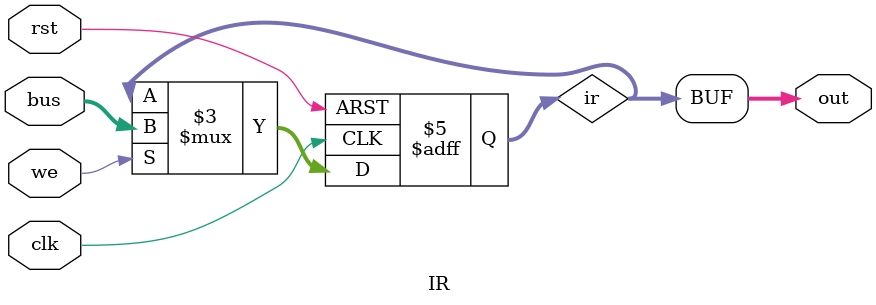
<source format=v>
module IR(
	input clk,
	input rst,
	input we,
	input[7:0] bus,
	output[7:0] out
);

reg[7:0] ir;

always @(posedge clk or negedge rst) begin
	if (!rst) begin
		ir <= 8'b0;
	end else if (we) begin
		ir <= bus;
	end
end

assign out = ir;

endmodule
</source>
